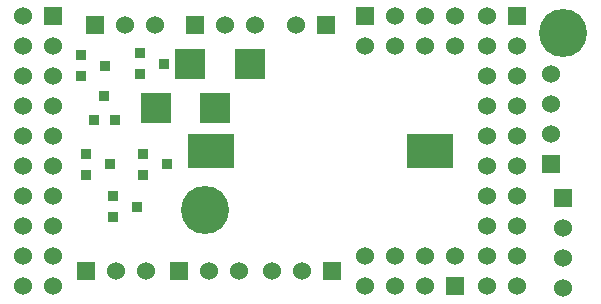
<source format=gts>
G04 (created by PCBNEW (2013-may-18)-stable) date Вс 07 июн 2015 12:30:23*
%MOIN*%
G04 Gerber Fmt 3.4, Leading zero omitted, Abs format*
%FSLAX34Y34*%
G01*
G70*
G90*
G04 APERTURE LIST*
%ADD10C,0.00590551*%
%ADD11R,0.036X0.036*%
%ADD12R,0.06X0.06*%
%ADD13C,0.06*%
%ADD14R,0.1004X0.0984*%
%ADD15R,0.15748X0.11811*%
%ADD16C,0.16*%
G04 APERTURE END LIST*
G54D10*
G54D11*
X29265Y-24031D03*
X29265Y-23331D03*
X30065Y-23681D03*
X28281Y-25448D03*
X28281Y-24748D03*
X29081Y-25098D03*
X27198Y-20743D03*
X27198Y-20043D03*
X27998Y-20393D03*
X28342Y-22211D03*
X27642Y-22211D03*
X27992Y-21411D03*
X29166Y-20684D03*
X29166Y-19984D03*
X29966Y-20334D03*
X27375Y-24031D03*
X27375Y-23331D03*
X28175Y-23681D03*
G54D12*
X39669Y-27744D03*
G54D13*
X39669Y-26744D03*
X38669Y-27744D03*
X38669Y-26744D03*
X37669Y-27744D03*
X37669Y-26744D03*
X36669Y-27744D03*
X36669Y-26744D03*
G54D12*
X36669Y-18732D03*
G54D13*
X36669Y-19732D03*
X37669Y-18732D03*
X37669Y-19732D03*
X38669Y-18732D03*
X38669Y-19732D03*
X39669Y-18732D03*
X39669Y-19732D03*
G54D12*
X43267Y-24799D03*
G54D13*
X43267Y-25799D03*
X43267Y-26799D03*
X43267Y-27799D03*
G54D12*
X42893Y-23665D03*
G54D13*
X42893Y-22665D03*
X42893Y-21665D03*
X42893Y-20665D03*
G54D12*
X31007Y-19055D03*
G54D13*
X32007Y-19055D03*
X33007Y-19055D03*
G54D12*
X35566Y-27244D03*
G54D13*
X34566Y-27244D03*
X33566Y-27244D03*
G54D12*
X27385Y-27244D03*
G54D13*
X28385Y-27244D03*
X29385Y-27244D03*
G54D12*
X27681Y-19055D03*
G54D13*
X28681Y-19055D03*
X29681Y-19055D03*
G54D12*
X30476Y-27244D03*
G54D13*
X31476Y-27244D03*
X32476Y-27244D03*
G54D12*
X35362Y-19055D03*
G54D13*
X34362Y-19055D03*
G54D12*
X41759Y-18751D03*
G54D13*
X40759Y-18751D03*
X41759Y-19751D03*
X40759Y-19751D03*
X41759Y-20751D03*
X40759Y-20751D03*
X41759Y-21751D03*
X40759Y-21751D03*
X41759Y-22751D03*
X40759Y-22751D03*
X41759Y-23751D03*
X40759Y-23751D03*
X41759Y-24751D03*
X40759Y-24751D03*
X41759Y-25751D03*
X40759Y-25751D03*
X41759Y-26751D03*
X40759Y-26751D03*
X41759Y-27751D03*
X40759Y-27751D03*
G54D12*
X26287Y-18751D03*
G54D13*
X25287Y-18751D03*
X26287Y-19751D03*
X25287Y-19751D03*
X26287Y-20751D03*
X25287Y-20751D03*
X26287Y-21751D03*
X25287Y-21751D03*
X26287Y-22751D03*
X25287Y-22751D03*
X26287Y-23751D03*
X25287Y-23751D03*
X26287Y-24751D03*
X25287Y-24751D03*
X26287Y-25751D03*
X25287Y-25751D03*
X26287Y-26751D03*
X25287Y-26751D03*
X26287Y-27751D03*
X25287Y-27751D03*
G54D14*
X32844Y-20334D03*
X30856Y-20334D03*
X31682Y-21791D03*
X29694Y-21791D03*
G54D15*
X38838Y-23228D03*
X31555Y-23228D03*
G54D16*
X43267Y-19291D03*
X31338Y-25196D03*
M02*

</source>
